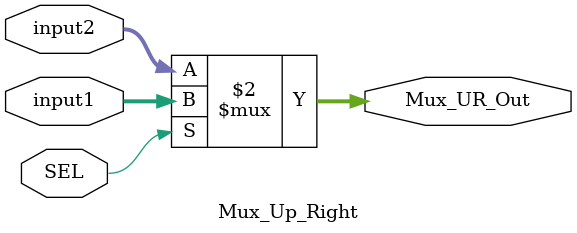
<source format=v>
`timescale 1ns / 1ps


module Mux_Up_Right(
    input [31:0] input1,
    input [31:0] input2,
    input SEL,
    output reg [31:0] Mux_UR_Out
    );
    
    always @(input1 or input2 or SEL)
        Mux_UR_Out = SEL?input1:input2;
endmodule

</source>
